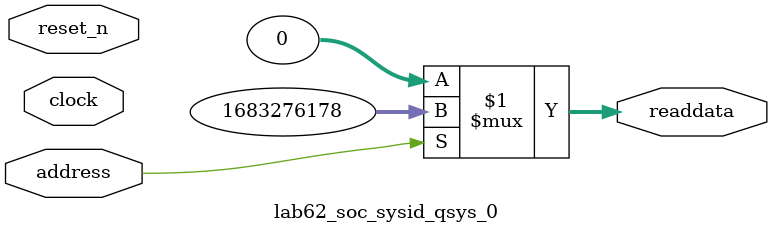
<source format=v>



// synthesis translate_off
`timescale 1ns / 1ps
// synthesis translate_on

// turn off superfluous verilog processor warnings 
// altera message_level Level1 
// altera message_off 10034 10035 10036 10037 10230 10240 10030 

module lab62_soc_sysid_qsys_0 (
               // inputs:
                address,
                clock,
                reset_n,

               // outputs:
                readdata
             )
;

  output  [ 31: 0] readdata;
  input            address;
  input            clock;
  input            reset_n;

  wire    [ 31: 0] readdata;
  //control_slave, which is an e_avalon_slave
  assign readdata = address ? 1683276178 : 0;

endmodule



</source>
